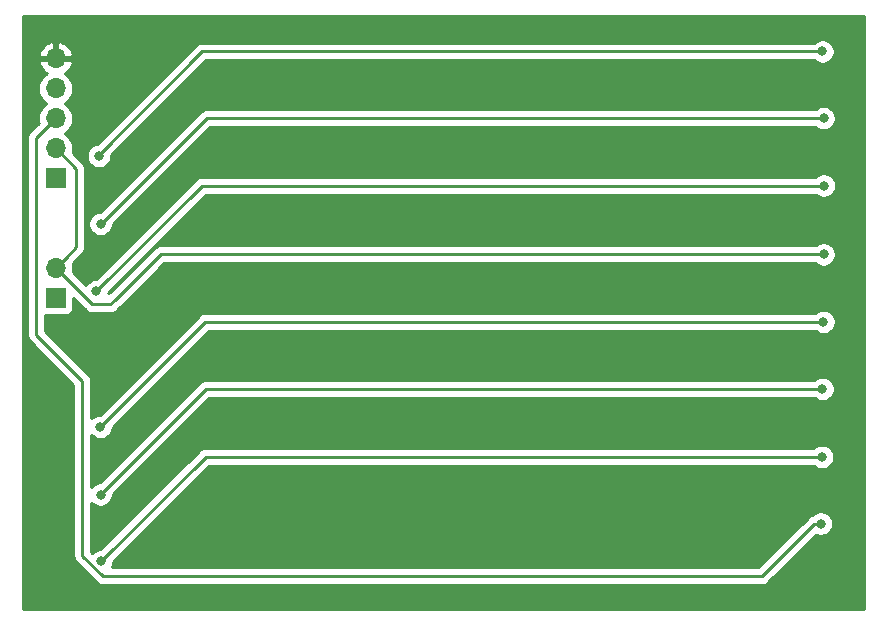
<source format=gbr>
G04 #@! TF.GenerationSoftware,KiCad,Pcbnew,(5.1.4)-1*
G04 #@! TF.CreationDate,2020-09-22T21:35:24+03:00*
G04 #@! TF.ProjectId,ws8212b_disp,77733832-3132-4625-9f64-6973702e6b69,rev?*
G04 #@! TF.SameCoordinates,Original*
G04 #@! TF.FileFunction,Copper,L2,Bot*
G04 #@! TF.FilePolarity,Positive*
%FSLAX46Y46*%
G04 Gerber Fmt 4.6, Leading zero omitted, Abs format (unit mm)*
G04 Created by KiCad (PCBNEW (5.1.4)-1) date 2020-09-22 21:35:24*
%MOMM*%
%LPD*%
G04 APERTURE LIST*
%ADD10O,1.700000X1.700000*%
%ADD11R,1.700000X1.700000*%
%ADD12C,0.800000*%
%ADD13C,0.250000*%
%ADD14C,0.254000*%
G04 APERTURE END LIST*
D10*
X28600400Y-57505600D03*
X28600400Y-60045600D03*
X28600400Y-62585600D03*
X28600400Y-65125600D03*
D11*
X28600400Y-67665600D03*
D10*
X28600400Y-75234800D03*
D11*
X28600400Y-77774800D03*
D12*
X93472000Y-91236800D03*
X32435800Y-100101400D03*
X93522600Y-85496600D03*
X32410400Y-94437200D03*
X93599000Y-79806800D03*
X32385000Y-88696800D03*
X93649800Y-68275200D03*
X32054800Y-77216000D03*
X93624400Y-62560200D03*
X32410400Y-71526400D03*
X93522800Y-56921400D03*
X32258000Y-65760600D03*
X93395600Y-96901200D03*
X93624400Y-74091800D03*
D13*
X93472000Y-91236800D02*
X41300400Y-91236800D01*
X41300400Y-91236800D02*
X32435800Y-100101400D01*
X93522600Y-85496600D02*
X41300200Y-85496600D01*
X41300200Y-85496600D02*
X32410400Y-94386400D01*
X32410400Y-94386400D02*
X32410400Y-94437200D01*
X93599000Y-79806800D02*
X93033315Y-79806800D01*
X93033315Y-79806800D02*
X41275000Y-79806800D01*
X41275000Y-79806800D02*
X32385000Y-88696800D01*
X93649800Y-68275200D02*
X40995600Y-68275200D01*
X40995600Y-68275200D02*
X32054800Y-77216000D01*
X93624400Y-62560200D02*
X41376600Y-62560200D01*
X41376600Y-62560200D02*
X32410400Y-71526400D01*
X93522800Y-56921400D02*
X41021000Y-56921400D01*
X41021000Y-56921400D02*
X32258000Y-65684400D01*
X32258000Y-65684400D02*
X32258000Y-65760600D01*
X88385115Y-101346000D02*
X92829915Y-96901200D01*
X92829915Y-96901200D02*
X93395600Y-96901200D01*
X26949400Y-64236600D02*
X26949400Y-80899000D01*
X28600400Y-62585600D02*
X26949400Y-64236600D01*
X26949400Y-80899000D02*
X30870599Y-84820199D01*
X30870599Y-84820199D02*
X30870599Y-99609201D01*
X30870599Y-99609201D02*
X32607398Y-101346000D01*
X32607398Y-101346000D02*
X88385115Y-101346000D01*
X93624400Y-74091800D02*
X37490400Y-74091800D01*
X33641199Y-77941001D02*
X33615799Y-77941001D01*
X37490400Y-74091800D02*
X33641199Y-77941001D01*
X33615799Y-77941001D02*
X33223200Y-78333600D01*
X31699200Y-78333600D02*
X28600400Y-75234800D01*
X33223200Y-78333600D02*
X31699200Y-78333600D01*
X29450399Y-74384801D02*
X28600400Y-75234800D01*
X30327600Y-73507600D02*
X29450399Y-74384801D01*
X30327600Y-66852800D02*
X30327600Y-73507600D01*
X28600400Y-65125600D02*
X30327600Y-66852800D01*
D14*
G36*
X97054201Y-104090000D02*
G01*
X25805600Y-104090000D01*
X25805600Y-64236600D01*
X26185724Y-64236600D01*
X26189400Y-64273922D01*
X26189401Y-80861667D01*
X26185724Y-80899000D01*
X26200398Y-81047985D01*
X26243854Y-81191246D01*
X26314426Y-81323276D01*
X26385601Y-81410002D01*
X26409400Y-81439001D01*
X26438398Y-81462799D01*
X30110599Y-85135001D01*
X30110600Y-99571869D01*
X30106923Y-99609201D01*
X30121597Y-99758186D01*
X30165053Y-99901447D01*
X30235625Y-100033477D01*
X30291369Y-100101400D01*
X30330599Y-100149202D01*
X30359597Y-100173000D01*
X32043599Y-101857003D01*
X32067397Y-101886001D01*
X32183122Y-101980974D01*
X32315151Y-102051546D01*
X32458412Y-102095003D01*
X32570065Y-102106000D01*
X32570073Y-102106000D01*
X32607398Y-102109676D01*
X32644723Y-102106000D01*
X88347793Y-102106000D01*
X88385115Y-102109676D01*
X88422437Y-102106000D01*
X88422448Y-102106000D01*
X88534101Y-102095003D01*
X88677362Y-102051546D01*
X88809391Y-101980974D01*
X88925116Y-101886001D01*
X88948919Y-101856997D01*
X92963446Y-97842472D01*
X93093702Y-97896426D01*
X93293661Y-97936200D01*
X93497539Y-97936200D01*
X93697498Y-97896426D01*
X93885856Y-97818405D01*
X94055374Y-97705137D01*
X94199537Y-97560974D01*
X94312805Y-97391456D01*
X94390826Y-97203098D01*
X94430600Y-97003139D01*
X94430600Y-96799261D01*
X94390826Y-96599302D01*
X94312805Y-96410944D01*
X94199537Y-96241426D01*
X94055374Y-96097263D01*
X93885856Y-95983995D01*
X93697498Y-95905974D01*
X93497539Y-95866200D01*
X93293661Y-95866200D01*
X93093702Y-95905974D01*
X92905344Y-95983995D01*
X92735826Y-96097263D01*
X92680876Y-96152213D01*
X92537668Y-96195654D01*
X92405639Y-96266226D01*
X92405637Y-96266227D01*
X92405638Y-96266227D01*
X92318911Y-96337401D01*
X92318907Y-96337405D01*
X92289914Y-96361199D01*
X92266120Y-96390192D01*
X88070314Y-100586000D01*
X33355348Y-100586000D01*
X33431026Y-100403298D01*
X33470800Y-100203339D01*
X33470800Y-100141201D01*
X41615202Y-91996800D01*
X92768289Y-91996800D01*
X92812226Y-92040737D01*
X92981744Y-92154005D01*
X93170102Y-92232026D01*
X93370061Y-92271800D01*
X93573939Y-92271800D01*
X93773898Y-92232026D01*
X93962256Y-92154005D01*
X94131774Y-92040737D01*
X94275937Y-91896574D01*
X94389205Y-91727056D01*
X94467226Y-91538698D01*
X94507000Y-91338739D01*
X94507000Y-91134861D01*
X94467226Y-90934902D01*
X94389205Y-90746544D01*
X94275937Y-90577026D01*
X94131774Y-90432863D01*
X93962256Y-90319595D01*
X93773898Y-90241574D01*
X93573939Y-90201800D01*
X93370061Y-90201800D01*
X93170102Y-90241574D01*
X92981744Y-90319595D01*
X92812226Y-90432863D01*
X92768289Y-90476800D01*
X41337733Y-90476800D01*
X41300400Y-90473123D01*
X41263067Y-90476800D01*
X41151414Y-90487797D01*
X41008153Y-90531254D01*
X40876124Y-90601826D01*
X40760399Y-90696799D01*
X40736601Y-90725797D01*
X32395999Y-99066400D01*
X32333861Y-99066400D01*
X32133902Y-99106174D01*
X31945544Y-99184195D01*
X31776026Y-99297463D01*
X31704844Y-99368645D01*
X31630599Y-99294400D01*
X31630599Y-95121110D01*
X31750626Y-95241137D01*
X31920144Y-95354405D01*
X32108502Y-95432426D01*
X32308461Y-95472200D01*
X32512339Y-95472200D01*
X32712298Y-95432426D01*
X32900656Y-95354405D01*
X33070174Y-95241137D01*
X33214337Y-95096974D01*
X33327605Y-94927456D01*
X33405626Y-94739098D01*
X33445400Y-94539139D01*
X33445400Y-94426201D01*
X41615002Y-86256600D01*
X92818889Y-86256600D01*
X92862826Y-86300537D01*
X93032344Y-86413805D01*
X93220702Y-86491826D01*
X93420661Y-86531600D01*
X93624539Y-86531600D01*
X93824498Y-86491826D01*
X94012856Y-86413805D01*
X94182374Y-86300537D01*
X94326537Y-86156374D01*
X94439805Y-85986856D01*
X94517826Y-85798498D01*
X94557600Y-85598539D01*
X94557600Y-85394661D01*
X94517826Y-85194702D01*
X94439805Y-85006344D01*
X94326537Y-84836826D01*
X94182374Y-84692663D01*
X94012856Y-84579395D01*
X93824498Y-84501374D01*
X93624539Y-84461600D01*
X93420661Y-84461600D01*
X93220702Y-84501374D01*
X93032344Y-84579395D01*
X92862826Y-84692663D01*
X92818889Y-84736600D01*
X41337525Y-84736600D01*
X41300200Y-84732924D01*
X41262875Y-84736600D01*
X41262867Y-84736600D01*
X41151214Y-84747597D01*
X41007953Y-84791054D01*
X40875924Y-84861626D01*
X40760199Y-84956599D01*
X40736401Y-84985597D01*
X32319799Y-93402200D01*
X32308461Y-93402200D01*
X32108502Y-93441974D01*
X31920144Y-93519995D01*
X31750626Y-93633263D01*
X31630599Y-93753290D01*
X31630599Y-89406110D01*
X31725226Y-89500737D01*
X31894744Y-89614005D01*
X32083102Y-89692026D01*
X32283061Y-89731800D01*
X32486939Y-89731800D01*
X32686898Y-89692026D01*
X32875256Y-89614005D01*
X33044774Y-89500737D01*
X33188937Y-89356574D01*
X33302205Y-89187056D01*
X33380226Y-88998698D01*
X33420000Y-88798739D01*
X33420000Y-88736601D01*
X41589802Y-80566800D01*
X92895289Y-80566800D01*
X92939226Y-80610737D01*
X93108744Y-80724005D01*
X93297102Y-80802026D01*
X93497061Y-80841800D01*
X93700939Y-80841800D01*
X93900898Y-80802026D01*
X94089256Y-80724005D01*
X94258774Y-80610737D01*
X94402937Y-80466574D01*
X94516205Y-80297056D01*
X94594226Y-80108698D01*
X94634000Y-79908739D01*
X94634000Y-79704861D01*
X94594226Y-79504902D01*
X94516205Y-79316544D01*
X94402937Y-79147026D01*
X94258774Y-79002863D01*
X94089256Y-78889595D01*
X93900898Y-78811574D01*
X93700939Y-78771800D01*
X93497061Y-78771800D01*
X93297102Y-78811574D01*
X93108744Y-78889595D01*
X92939226Y-79002863D01*
X92895289Y-79046800D01*
X41312333Y-79046800D01*
X41275000Y-79043123D01*
X41237667Y-79046800D01*
X41126014Y-79057797D01*
X40982753Y-79101254D01*
X40850724Y-79171826D01*
X40734999Y-79266799D01*
X40711201Y-79295797D01*
X32345199Y-87661800D01*
X32283061Y-87661800D01*
X32083102Y-87701574D01*
X31894744Y-87779595D01*
X31725226Y-87892863D01*
X31630599Y-87987490D01*
X31630599Y-84857522D01*
X31634275Y-84820199D01*
X31630599Y-84782876D01*
X31630599Y-84782866D01*
X31619602Y-84671213D01*
X31576145Y-84527952D01*
X31505573Y-84395923D01*
X31410600Y-84280198D01*
X31381603Y-84256401D01*
X27709400Y-80584199D01*
X27709400Y-79258834D01*
X27750400Y-79262872D01*
X29450400Y-79262872D01*
X29574882Y-79250612D01*
X29694580Y-79214302D01*
X29804894Y-79155337D01*
X29901585Y-79075985D01*
X29980937Y-78979294D01*
X30039902Y-78868980D01*
X30076212Y-78749282D01*
X30088472Y-78624800D01*
X30088472Y-77797674D01*
X31135401Y-78844603D01*
X31159199Y-78873601D01*
X31188197Y-78897399D01*
X31274923Y-78968574D01*
X31294979Y-78979294D01*
X31406953Y-79039146D01*
X31550214Y-79082603D01*
X31661867Y-79093600D01*
X31661877Y-79093600D01*
X31699200Y-79097276D01*
X31736522Y-79093600D01*
X33185878Y-79093600D01*
X33223200Y-79097276D01*
X33260522Y-79093600D01*
X33260533Y-79093600D01*
X33372186Y-79082603D01*
X33515447Y-79039146D01*
X33647476Y-78968574D01*
X33763201Y-78873601D01*
X33787004Y-78844597D01*
X34044316Y-78587285D01*
X34065475Y-78575975D01*
X34181200Y-78481002D01*
X34205003Y-78451998D01*
X37805202Y-74851800D01*
X92920689Y-74851800D01*
X92964626Y-74895737D01*
X93134144Y-75009005D01*
X93322502Y-75087026D01*
X93522461Y-75126800D01*
X93726339Y-75126800D01*
X93926298Y-75087026D01*
X94114656Y-75009005D01*
X94284174Y-74895737D01*
X94428337Y-74751574D01*
X94541605Y-74582056D01*
X94619626Y-74393698D01*
X94659400Y-74193739D01*
X94659400Y-73989861D01*
X94619626Y-73789902D01*
X94541605Y-73601544D01*
X94428337Y-73432026D01*
X94284174Y-73287863D01*
X94114656Y-73174595D01*
X93926298Y-73096574D01*
X93726339Y-73056800D01*
X93522461Y-73056800D01*
X93322502Y-73096574D01*
X93134144Y-73174595D01*
X92964626Y-73287863D01*
X92920689Y-73331800D01*
X37527722Y-73331800D01*
X37490399Y-73328124D01*
X37453076Y-73331800D01*
X37453067Y-73331800D01*
X37341414Y-73342797D01*
X37198153Y-73386254D01*
X37066124Y-73456826D01*
X36950399Y-73551799D01*
X36926601Y-73580797D01*
X33212682Y-77294717D01*
X33191523Y-77306027D01*
X33075798Y-77401000D01*
X33072472Y-77405053D01*
X33089800Y-77317939D01*
X33089800Y-77255801D01*
X41310402Y-69035200D01*
X92946089Y-69035200D01*
X92990026Y-69079137D01*
X93159544Y-69192405D01*
X93347902Y-69270426D01*
X93547861Y-69310200D01*
X93751739Y-69310200D01*
X93951698Y-69270426D01*
X94140056Y-69192405D01*
X94309574Y-69079137D01*
X94453737Y-68934974D01*
X94567005Y-68765456D01*
X94645026Y-68577098D01*
X94684800Y-68377139D01*
X94684800Y-68173261D01*
X94645026Y-67973302D01*
X94567005Y-67784944D01*
X94453737Y-67615426D01*
X94309574Y-67471263D01*
X94140056Y-67357995D01*
X93951698Y-67279974D01*
X93751739Y-67240200D01*
X93547861Y-67240200D01*
X93347902Y-67279974D01*
X93159544Y-67357995D01*
X92990026Y-67471263D01*
X92946089Y-67515200D01*
X41032933Y-67515200D01*
X40995600Y-67511523D01*
X40958267Y-67515200D01*
X40846614Y-67526197D01*
X40703353Y-67569654D01*
X40571324Y-67640226D01*
X40455599Y-67735199D01*
X40431801Y-67764197D01*
X32014999Y-76181000D01*
X31952861Y-76181000D01*
X31752902Y-76220774D01*
X31564544Y-76298795D01*
X31395026Y-76412063D01*
X31250863Y-76556226D01*
X31149031Y-76708629D01*
X30041197Y-75600796D01*
X30063913Y-75525911D01*
X30092585Y-75234800D01*
X30063913Y-74943689D01*
X30041197Y-74868804D01*
X30838603Y-74071399D01*
X30867601Y-74047601D01*
X30962574Y-73931876D01*
X31033146Y-73799847D01*
X31076603Y-73656586D01*
X31087600Y-73544933D01*
X31091277Y-73507600D01*
X31087600Y-73470267D01*
X31087600Y-71424461D01*
X31375400Y-71424461D01*
X31375400Y-71628339D01*
X31415174Y-71828298D01*
X31493195Y-72016656D01*
X31606463Y-72186174D01*
X31750626Y-72330337D01*
X31920144Y-72443605D01*
X32108502Y-72521626D01*
X32308461Y-72561400D01*
X32512339Y-72561400D01*
X32712298Y-72521626D01*
X32900656Y-72443605D01*
X33070174Y-72330337D01*
X33214337Y-72186174D01*
X33327605Y-72016656D01*
X33405626Y-71828298D01*
X33445400Y-71628339D01*
X33445400Y-71566201D01*
X41691402Y-63320200D01*
X92920689Y-63320200D01*
X92964626Y-63364137D01*
X93134144Y-63477405D01*
X93322502Y-63555426D01*
X93522461Y-63595200D01*
X93726339Y-63595200D01*
X93926298Y-63555426D01*
X94114656Y-63477405D01*
X94284174Y-63364137D01*
X94428337Y-63219974D01*
X94541605Y-63050456D01*
X94619626Y-62862098D01*
X94659400Y-62662139D01*
X94659400Y-62458261D01*
X94619626Y-62258302D01*
X94541605Y-62069944D01*
X94428337Y-61900426D01*
X94284174Y-61756263D01*
X94114656Y-61642995D01*
X93926298Y-61564974D01*
X93726339Y-61525200D01*
X93522461Y-61525200D01*
X93322502Y-61564974D01*
X93134144Y-61642995D01*
X92964626Y-61756263D01*
X92920689Y-61800200D01*
X41413925Y-61800200D01*
X41376600Y-61796524D01*
X41339275Y-61800200D01*
X41339267Y-61800200D01*
X41227614Y-61811197D01*
X41084353Y-61854654D01*
X40952324Y-61925226D01*
X40836599Y-62020199D01*
X40812801Y-62049197D01*
X32370599Y-70491400D01*
X32308461Y-70491400D01*
X32108502Y-70531174D01*
X31920144Y-70609195D01*
X31750626Y-70722463D01*
X31606463Y-70866626D01*
X31493195Y-71036144D01*
X31415174Y-71224502D01*
X31375400Y-71424461D01*
X31087600Y-71424461D01*
X31087600Y-66890125D01*
X31091276Y-66852800D01*
X31087600Y-66815475D01*
X31087600Y-66815467D01*
X31076603Y-66703814D01*
X31033146Y-66560553D01*
X30962574Y-66428524D01*
X30867601Y-66312799D01*
X30838604Y-66289002D01*
X30208263Y-65658661D01*
X31223000Y-65658661D01*
X31223000Y-65862539D01*
X31262774Y-66062498D01*
X31340795Y-66250856D01*
X31454063Y-66420374D01*
X31598226Y-66564537D01*
X31767744Y-66677805D01*
X31956102Y-66755826D01*
X32156061Y-66795600D01*
X32359939Y-66795600D01*
X32559898Y-66755826D01*
X32748256Y-66677805D01*
X32917774Y-66564537D01*
X33061937Y-66420374D01*
X33175205Y-66250856D01*
X33253226Y-66062498D01*
X33293000Y-65862539D01*
X33293000Y-65724201D01*
X41335803Y-57681400D01*
X92819089Y-57681400D01*
X92863026Y-57725337D01*
X93032544Y-57838605D01*
X93220902Y-57916626D01*
X93420861Y-57956400D01*
X93624739Y-57956400D01*
X93824698Y-57916626D01*
X94013056Y-57838605D01*
X94182574Y-57725337D01*
X94326737Y-57581174D01*
X94440005Y-57411656D01*
X94518026Y-57223298D01*
X94557800Y-57023339D01*
X94557800Y-56819461D01*
X94518026Y-56619502D01*
X94440005Y-56431144D01*
X94326737Y-56261626D01*
X94182574Y-56117463D01*
X94013056Y-56004195D01*
X93824698Y-55926174D01*
X93624739Y-55886400D01*
X93420861Y-55886400D01*
X93220902Y-55926174D01*
X93032544Y-56004195D01*
X92863026Y-56117463D01*
X92819089Y-56161400D01*
X41058322Y-56161400D01*
X41020999Y-56157724D01*
X40983676Y-56161400D01*
X40983667Y-56161400D01*
X40872014Y-56172397D01*
X40728753Y-56215854D01*
X40596724Y-56286426D01*
X40596722Y-56286427D01*
X40596723Y-56286427D01*
X40509996Y-56357601D01*
X40509992Y-56357605D01*
X40480999Y-56381399D01*
X40457205Y-56410392D01*
X32138507Y-64729092D01*
X31956102Y-64765374D01*
X31767744Y-64843395D01*
X31598226Y-64956663D01*
X31454063Y-65100826D01*
X31340795Y-65270344D01*
X31262774Y-65458702D01*
X31223000Y-65658661D01*
X30208263Y-65658661D01*
X30041197Y-65491595D01*
X30063913Y-65416711D01*
X30092585Y-65125600D01*
X30063913Y-64834489D01*
X29978999Y-64554566D01*
X29841106Y-64296586D01*
X29655534Y-64070466D01*
X29429414Y-63884894D01*
X29374609Y-63855600D01*
X29429414Y-63826306D01*
X29655534Y-63640734D01*
X29841106Y-63414614D01*
X29978999Y-63156634D01*
X30063913Y-62876711D01*
X30092585Y-62585600D01*
X30063913Y-62294489D01*
X29978999Y-62014566D01*
X29841106Y-61756586D01*
X29655534Y-61530466D01*
X29429414Y-61344894D01*
X29374609Y-61315600D01*
X29429414Y-61286306D01*
X29655534Y-61100734D01*
X29841106Y-60874614D01*
X29978999Y-60616634D01*
X30063913Y-60336711D01*
X30092585Y-60045600D01*
X30063913Y-59754489D01*
X29978999Y-59474566D01*
X29841106Y-59216586D01*
X29655534Y-58990466D01*
X29429414Y-58804894D01*
X29364877Y-58770399D01*
X29481755Y-58700778D01*
X29697988Y-58505869D01*
X29872041Y-58272520D01*
X29997225Y-58009699D01*
X30041876Y-57862490D01*
X29920555Y-57632600D01*
X28727400Y-57632600D01*
X28727400Y-57652600D01*
X28473400Y-57652600D01*
X28473400Y-57632600D01*
X27280245Y-57632600D01*
X27158924Y-57862490D01*
X27203575Y-58009699D01*
X27328759Y-58272520D01*
X27502812Y-58505869D01*
X27719045Y-58700778D01*
X27835923Y-58770399D01*
X27771386Y-58804894D01*
X27545266Y-58990466D01*
X27359694Y-59216586D01*
X27221801Y-59474566D01*
X27136887Y-59754489D01*
X27108215Y-60045600D01*
X27136887Y-60336711D01*
X27221801Y-60616634D01*
X27359694Y-60874614D01*
X27545266Y-61100734D01*
X27771386Y-61286306D01*
X27826191Y-61315600D01*
X27771386Y-61344894D01*
X27545266Y-61530466D01*
X27359694Y-61756586D01*
X27221801Y-62014566D01*
X27136887Y-62294489D01*
X27108215Y-62585600D01*
X27136887Y-62876711D01*
X27159603Y-62951596D01*
X26438403Y-63672796D01*
X26409399Y-63696599D01*
X26368036Y-63747001D01*
X26314426Y-63812324D01*
X26275636Y-63884894D01*
X26243854Y-63944354D01*
X26200397Y-64087615D01*
X26189400Y-64199268D01*
X26189400Y-64199278D01*
X26185724Y-64236600D01*
X25805600Y-64236600D01*
X25805600Y-57148710D01*
X27158924Y-57148710D01*
X27280245Y-57378600D01*
X28473400Y-57378600D01*
X28473400Y-56184786D01*
X28727400Y-56184786D01*
X28727400Y-57378600D01*
X29920555Y-57378600D01*
X30041876Y-57148710D01*
X29997225Y-57001501D01*
X29872041Y-56738680D01*
X29697988Y-56505331D01*
X29481755Y-56310422D01*
X29231652Y-56161443D01*
X28957291Y-56064119D01*
X28727400Y-56184786D01*
X28473400Y-56184786D01*
X28243509Y-56064119D01*
X27969148Y-56161443D01*
X27719045Y-56310422D01*
X27502812Y-56505331D01*
X27328759Y-56738680D01*
X27203575Y-57001501D01*
X27158924Y-57148710D01*
X25805600Y-57148710D01*
X25805600Y-53898000D01*
X97054200Y-53898000D01*
X97054201Y-104090000D01*
X97054201Y-104090000D01*
G37*
X97054201Y-104090000D02*
X25805600Y-104090000D01*
X25805600Y-64236600D01*
X26185724Y-64236600D01*
X26189400Y-64273922D01*
X26189401Y-80861667D01*
X26185724Y-80899000D01*
X26200398Y-81047985D01*
X26243854Y-81191246D01*
X26314426Y-81323276D01*
X26385601Y-81410002D01*
X26409400Y-81439001D01*
X26438398Y-81462799D01*
X30110599Y-85135001D01*
X30110600Y-99571869D01*
X30106923Y-99609201D01*
X30121597Y-99758186D01*
X30165053Y-99901447D01*
X30235625Y-100033477D01*
X30291369Y-100101400D01*
X30330599Y-100149202D01*
X30359597Y-100173000D01*
X32043599Y-101857003D01*
X32067397Y-101886001D01*
X32183122Y-101980974D01*
X32315151Y-102051546D01*
X32458412Y-102095003D01*
X32570065Y-102106000D01*
X32570073Y-102106000D01*
X32607398Y-102109676D01*
X32644723Y-102106000D01*
X88347793Y-102106000D01*
X88385115Y-102109676D01*
X88422437Y-102106000D01*
X88422448Y-102106000D01*
X88534101Y-102095003D01*
X88677362Y-102051546D01*
X88809391Y-101980974D01*
X88925116Y-101886001D01*
X88948919Y-101856997D01*
X92963446Y-97842472D01*
X93093702Y-97896426D01*
X93293661Y-97936200D01*
X93497539Y-97936200D01*
X93697498Y-97896426D01*
X93885856Y-97818405D01*
X94055374Y-97705137D01*
X94199537Y-97560974D01*
X94312805Y-97391456D01*
X94390826Y-97203098D01*
X94430600Y-97003139D01*
X94430600Y-96799261D01*
X94390826Y-96599302D01*
X94312805Y-96410944D01*
X94199537Y-96241426D01*
X94055374Y-96097263D01*
X93885856Y-95983995D01*
X93697498Y-95905974D01*
X93497539Y-95866200D01*
X93293661Y-95866200D01*
X93093702Y-95905974D01*
X92905344Y-95983995D01*
X92735826Y-96097263D01*
X92680876Y-96152213D01*
X92537668Y-96195654D01*
X92405639Y-96266226D01*
X92405637Y-96266227D01*
X92405638Y-96266227D01*
X92318911Y-96337401D01*
X92318907Y-96337405D01*
X92289914Y-96361199D01*
X92266120Y-96390192D01*
X88070314Y-100586000D01*
X33355348Y-100586000D01*
X33431026Y-100403298D01*
X33470800Y-100203339D01*
X33470800Y-100141201D01*
X41615202Y-91996800D01*
X92768289Y-91996800D01*
X92812226Y-92040737D01*
X92981744Y-92154005D01*
X93170102Y-92232026D01*
X93370061Y-92271800D01*
X93573939Y-92271800D01*
X93773898Y-92232026D01*
X93962256Y-92154005D01*
X94131774Y-92040737D01*
X94275937Y-91896574D01*
X94389205Y-91727056D01*
X94467226Y-91538698D01*
X94507000Y-91338739D01*
X94507000Y-91134861D01*
X94467226Y-90934902D01*
X94389205Y-90746544D01*
X94275937Y-90577026D01*
X94131774Y-90432863D01*
X93962256Y-90319595D01*
X93773898Y-90241574D01*
X93573939Y-90201800D01*
X93370061Y-90201800D01*
X93170102Y-90241574D01*
X92981744Y-90319595D01*
X92812226Y-90432863D01*
X92768289Y-90476800D01*
X41337733Y-90476800D01*
X41300400Y-90473123D01*
X41263067Y-90476800D01*
X41151414Y-90487797D01*
X41008153Y-90531254D01*
X40876124Y-90601826D01*
X40760399Y-90696799D01*
X40736601Y-90725797D01*
X32395999Y-99066400D01*
X32333861Y-99066400D01*
X32133902Y-99106174D01*
X31945544Y-99184195D01*
X31776026Y-99297463D01*
X31704844Y-99368645D01*
X31630599Y-99294400D01*
X31630599Y-95121110D01*
X31750626Y-95241137D01*
X31920144Y-95354405D01*
X32108502Y-95432426D01*
X32308461Y-95472200D01*
X32512339Y-95472200D01*
X32712298Y-95432426D01*
X32900656Y-95354405D01*
X33070174Y-95241137D01*
X33214337Y-95096974D01*
X33327605Y-94927456D01*
X33405626Y-94739098D01*
X33445400Y-94539139D01*
X33445400Y-94426201D01*
X41615002Y-86256600D01*
X92818889Y-86256600D01*
X92862826Y-86300537D01*
X93032344Y-86413805D01*
X93220702Y-86491826D01*
X93420661Y-86531600D01*
X93624539Y-86531600D01*
X93824498Y-86491826D01*
X94012856Y-86413805D01*
X94182374Y-86300537D01*
X94326537Y-86156374D01*
X94439805Y-85986856D01*
X94517826Y-85798498D01*
X94557600Y-85598539D01*
X94557600Y-85394661D01*
X94517826Y-85194702D01*
X94439805Y-85006344D01*
X94326537Y-84836826D01*
X94182374Y-84692663D01*
X94012856Y-84579395D01*
X93824498Y-84501374D01*
X93624539Y-84461600D01*
X93420661Y-84461600D01*
X93220702Y-84501374D01*
X93032344Y-84579395D01*
X92862826Y-84692663D01*
X92818889Y-84736600D01*
X41337525Y-84736600D01*
X41300200Y-84732924D01*
X41262875Y-84736600D01*
X41262867Y-84736600D01*
X41151214Y-84747597D01*
X41007953Y-84791054D01*
X40875924Y-84861626D01*
X40760199Y-84956599D01*
X40736401Y-84985597D01*
X32319799Y-93402200D01*
X32308461Y-93402200D01*
X32108502Y-93441974D01*
X31920144Y-93519995D01*
X31750626Y-93633263D01*
X31630599Y-93753290D01*
X31630599Y-89406110D01*
X31725226Y-89500737D01*
X31894744Y-89614005D01*
X32083102Y-89692026D01*
X32283061Y-89731800D01*
X32486939Y-89731800D01*
X32686898Y-89692026D01*
X32875256Y-89614005D01*
X33044774Y-89500737D01*
X33188937Y-89356574D01*
X33302205Y-89187056D01*
X33380226Y-88998698D01*
X33420000Y-88798739D01*
X33420000Y-88736601D01*
X41589802Y-80566800D01*
X92895289Y-80566800D01*
X92939226Y-80610737D01*
X93108744Y-80724005D01*
X93297102Y-80802026D01*
X93497061Y-80841800D01*
X93700939Y-80841800D01*
X93900898Y-80802026D01*
X94089256Y-80724005D01*
X94258774Y-80610737D01*
X94402937Y-80466574D01*
X94516205Y-80297056D01*
X94594226Y-80108698D01*
X94634000Y-79908739D01*
X94634000Y-79704861D01*
X94594226Y-79504902D01*
X94516205Y-79316544D01*
X94402937Y-79147026D01*
X94258774Y-79002863D01*
X94089256Y-78889595D01*
X93900898Y-78811574D01*
X93700939Y-78771800D01*
X93497061Y-78771800D01*
X93297102Y-78811574D01*
X93108744Y-78889595D01*
X92939226Y-79002863D01*
X92895289Y-79046800D01*
X41312333Y-79046800D01*
X41275000Y-79043123D01*
X41237667Y-79046800D01*
X41126014Y-79057797D01*
X40982753Y-79101254D01*
X40850724Y-79171826D01*
X40734999Y-79266799D01*
X40711201Y-79295797D01*
X32345199Y-87661800D01*
X32283061Y-87661800D01*
X32083102Y-87701574D01*
X31894744Y-87779595D01*
X31725226Y-87892863D01*
X31630599Y-87987490D01*
X31630599Y-84857522D01*
X31634275Y-84820199D01*
X31630599Y-84782876D01*
X31630599Y-84782866D01*
X31619602Y-84671213D01*
X31576145Y-84527952D01*
X31505573Y-84395923D01*
X31410600Y-84280198D01*
X31381603Y-84256401D01*
X27709400Y-80584199D01*
X27709400Y-79258834D01*
X27750400Y-79262872D01*
X29450400Y-79262872D01*
X29574882Y-79250612D01*
X29694580Y-79214302D01*
X29804894Y-79155337D01*
X29901585Y-79075985D01*
X29980937Y-78979294D01*
X30039902Y-78868980D01*
X30076212Y-78749282D01*
X30088472Y-78624800D01*
X30088472Y-77797674D01*
X31135401Y-78844603D01*
X31159199Y-78873601D01*
X31188197Y-78897399D01*
X31274923Y-78968574D01*
X31294979Y-78979294D01*
X31406953Y-79039146D01*
X31550214Y-79082603D01*
X31661867Y-79093600D01*
X31661877Y-79093600D01*
X31699200Y-79097276D01*
X31736522Y-79093600D01*
X33185878Y-79093600D01*
X33223200Y-79097276D01*
X33260522Y-79093600D01*
X33260533Y-79093600D01*
X33372186Y-79082603D01*
X33515447Y-79039146D01*
X33647476Y-78968574D01*
X33763201Y-78873601D01*
X33787004Y-78844597D01*
X34044316Y-78587285D01*
X34065475Y-78575975D01*
X34181200Y-78481002D01*
X34205003Y-78451998D01*
X37805202Y-74851800D01*
X92920689Y-74851800D01*
X92964626Y-74895737D01*
X93134144Y-75009005D01*
X93322502Y-75087026D01*
X93522461Y-75126800D01*
X93726339Y-75126800D01*
X93926298Y-75087026D01*
X94114656Y-75009005D01*
X94284174Y-74895737D01*
X94428337Y-74751574D01*
X94541605Y-74582056D01*
X94619626Y-74393698D01*
X94659400Y-74193739D01*
X94659400Y-73989861D01*
X94619626Y-73789902D01*
X94541605Y-73601544D01*
X94428337Y-73432026D01*
X94284174Y-73287863D01*
X94114656Y-73174595D01*
X93926298Y-73096574D01*
X93726339Y-73056800D01*
X93522461Y-73056800D01*
X93322502Y-73096574D01*
X93134144Y-73174595D01*
X92964626Y-73287863D01*
X92920689Y-73331800D01*
X37527722Y-73331800D01*
X37490399Y-73328124D01*
X37453076Y-73331800D01*
X37453067Y-73331800D01*
X37341414Y-73342797D01*
X37198153Y-73386254D01*
X37066124Y-73456826D01*
X36950399Y-73551799D01*
X36926601Y-73580797D01*
X33212682Y-77294717D01*
X33191523Y-77306027D01*
X33075798Y-77401000D01*
X33072472Y-77405053D01*
X33089800Y-77317939D01*
X33089800Y-77255801D01*
X41310402Y-69035200D01*
X92946089Y-69035200D01*
X92990026Y-69079137D01*
X93159544Y-69192405D01*
X93347902Y-69270426D01*
X93547861Y-69310200D01*
X93751739Y-69310200D01*
X93951698Y-69270426D01*
X94140056Y-69192405D01*
X94309574Y-69079137D01*
X94453737Y-68934974D01*
X94567005Y-68765456D01*
X94645026Y-68577098D01*
X94684800Y-68377139D01*
X94684800Y-68173261D01*
X94645026Y-67973302D01*
X94567005Y-67784944D01*
X94453737Y-67615426D01*
X94309574Y-67471263D01*
X94140056Y-67357995D01*
X93951698Y-67279974D01*
X93751739Y-67240200D01*
X93547861Y-67240200D01*
X93347902Y-67279974D01*
X93159544Y-67357995D01*
X92990026Y-67471263D01*
X92946089Y-67515200D01*
X41032933Y-67515200D01*
X40995600Y-67511523D01*
X40958267Y-67515200D01*
X40846614Y-67526197D01*
X40703353Y-67569654D01*
X40571324Y-67640226D01*
X40455599Y-67735199D01*
X40431801Y-67764197D01*
X32014999Y-76181000D01*
X31952861Y-76181000D01*
X31752902Y-76220774D01*
X31564544Y-76298795D01*
X31395026Y-76412063D01*
X31250863Y-76556226D01*
X31149031Y-76708629D01*
X30041197Y-75600796D01*
X30063913Y-75525911D01*
X30092585Y-75234800D01*
X30063913Y-74943689D01*
X30041197Y-74868804D01*
X30838603Y-74071399D01*
X30867601Y-74047601D01*
X30962574Y-73931876D01*
X31033146Y-73799847D01*
X31076603Y-73656586D01*
X31087600Y-73544933D01*
X31091277Y-73507600D01*
X31087600Y-73470267D01*
X31087600Y-71424461D01*
X31375400Y-71424461D01*
X31375400Y-71628339D01*
X31415174Y-71828298D01*
X31493195Y-72016656D01*
X31606463Y-72186174D01*
X31750626Y-72330337D01*
X31920144Y-72443605D01*
X32108502Y-72521626D01*
X32308461Y-72561400D01*
X32512339Y-72561400D01*
X32712298Y-72521626D01*
X32900656Y-72443605D01*
X33070174Y-72330337D01*
X33214337Y-72186174D01*
X33327605Y-72016656D01*
X33405626Y-71828298D01*
X33445400Y-71628339D01*
X33445400Y-71566201D01*
X41691402Y-63320200D01*
X92920689Y-63320200D01*
X92964626Y-63364137D01*
X93134144Y-63477405D01*
X93322502Y-63555426D01*
X93522461Y-63595200D01*
X93726339Y-63595200D01*
X93926298Y-63555426D01*
X94114656Y-63477405D01*
X94284174Y-63364137D01*
X94428337Y-63219974D01*
X94541605Y-63050456D01*
X94619626Y-62862098D01*
X94659400Y-62662139D01*
X94659400Y-62458261D01*
X94619626Y-62258302D01*
X94541605Y-62069944D01*
X94428337Y-61900426D01*
X94284174Y-61756263D01*
X94114656Y-61642995D01*
X93926298Y-61564974D01*
X93726339Y-61525200D01*
X93522461Y-61525200D01*
X93322502Y-61564974D01*
X93134144Y-61642995D01*
X92964626Y-61756263D01*
X92920689Y-61800200D01*
X41413925Y-61800200D01*
X41376600Y-61796524D01*
X41339275Y-61800200D01*
X41339267Y-61800200D01*
X41227614Y-61811197D01*
X41084353Y-61854654D01*
X40952324Y-61925226D01*
X40836599Y-62020199D01*
X40812801Y-62049197D01*
X32370599Y-70491400D01*
X32308461Y-70491400D01*
X32108502Y-70531174D01*
X31920144Y-70609195D01*
X31750626Y-70722463D01*
X31606463Y-70866626D01*
X31493195Y-71036144D01*
X31415174Y-71224502D01*
X31375400Y-71424461D01*
X31087600Y-71424461D01*
X31087600Y-66890125D01*
X31091276Y-66852800D01*
X31087600Y-66815475D01*
X31087600Y-66815467D01*
X31076603Y-66703814D01*
X31033146Y-66560553D01*
X30962574Y-66428524D01*
X30867601Y-66312799D01*
X30838604Y-66289002D01*
X30208263Y-65658661D01*
X31223000Y-65658661D01*
X31223000Y-65862539D01*
X31262774Y-66062498D01*
X31340795Y-66250856D01*
X31454063Y-66420374D01*
X31598226Y-66564537D01*
X31767744Y-66677805D01*
X31956102Y-66755826D01*
X32156061Y-66795600D01*
X32359939Y-66795600D01*
X32559898Y-66755826D01*
X32748256Y-66677805D01*
X32917774Y-66564537D01*
X33061937Y-66420374D01*
X33175205Y-66250856D01*
X33253226Y-66062498D01*
X33293000Y-65862539D01*
X33293000Y-65724201D01*
X41335803Y-57681400D01*
X92819089Y-57681400D01*
X92863026Y-57725337D01*
X93032544Y-57838605D01*
X93220902Y-57916626D01*
X93420861Y-57956400D01*
X93624739Y-57956400D01*
X93824698Y-57916626D01*
X94013056Y-57838605D01*
X94182574Y-57725337D01*
X94326737Y-57581174D01*
X94440005Y-57411656D01*
X94518026Y-57223298D01*
X94557800Y-57023339D01*
X94557800Y-56819461D01*
X94518026Y-56619502D01*
X94440005Y-56431144D01*
X94326737Y-56261626D01*
X94182574Y-56117463D01*
X94013056Y-56004195D01*
X93824698Y-55926174D01*
X93624739Y-55886400D01*
X93420861Y-55886400D01*
X93220902Y-55926174D01*
X93032544Y-56004195D01*
X92863026Y-56117463D01*
X92819089Y-56161400D01*
X41058322Y-56161400D01*
X41020999Y-56157724D01*
X40983676Y-56161400D01*
X40983667Y-56161400D01*
X40872014Y-56172397D01*
X40728753Y-56215854D01*
X40596724Y-56286426D01*
X40596722Y-56286427D01*
X40596723Y-56286427D01*
X40509996Y-56357601D01*
X40509992Y-56357605D01*
X40480999Y-56381399D01*
X40457205Y-56410392D01*
X32138507Y-64729092D01*
X31956102Y-64765374D01*
X31767744Y-64843395D01*
X31598226Y-64956663D01*
X31454063Y-65100826D01*
X31340795Y-65270344D01*
X31262774Y-65458702D01*
X31223000Y-65658661D01*
X30208263Y-65658661D01*
X30041197Y-65491595D01*
X30063913Y-65416711D01*
X30092585Y-65125600D01*
X30063913Y-64834489D01*
X29978999Y-64554566D01*
X29841106Y-64296586D01*
X29655534Y-64070466D01*
X29429414Y-63884894D01*
X29374609Y-63855600D01*
X29429414Y-63826306D01*
X29655534Y-63640734D01*
X29841106Y-63414614D01*
X29978999Y-63156634D01*
X30063913Y-62876711D01*
X30092585Y-62585600D01*
X30063913Y-62294489D01*
X29978999Y-62014566D01*
X29841106Y-61756586D01*
X29655534Y-61530466D01*
X29429414Y-61344894D01*
X29374609Y-61315600D01*
X29429414Y-61286306D01*
X29655534Y-61100734D01*
X29841106Y-60874614D01*
X29978999Y-60616634D01*
X30063913Y-60336711D01*
X30092585Y-60045600D01*
X30063913Y-59754489D01*
X29978999Y-59474566D01*
X29841106Y-59216586D01*
X29655534Y-58990466D01*
X29429414Y-58804894D01*
X29364877Y-58770399D01*
X29481755Y-58700778D01*
X29697988Y-58505869D01*
X29872041Y-58272520D01*
X29997225Y-58009699D01*
X30041876Y-57862490D01*
X29920555Y-57632600D01*
X28727400Y-57632600D01*
X28727400Y-57652600D01*
X28473400Y-57652600D01*
X28473400Y-57632600D01*
X27280245Y-57632600D01*
X27158924Y-57862490D01*
X27203575Y-58009699D01*
X27328759Y-58272520D01*
X27502812Y-58505869D01*
X27719045Y-58700778D01*
X27835923Y-58770399D01*
X27771386Y-58804894D01*
X27545266Y-58990466D01*
X27359694Y-59216586D01*
X27221801Y-59474566D01*
X27136887Y-59754489D01*
X27108215Y-60045600D01*
X27136887Y-60336711D01*
X27221801Y-60616634D01*
X27359694Y-60874614D01*
X27545266Y-61100734D01*
X27771386Y-61286306D01*
X27826191Y-61315600D01*
X27771386Y-61344894D01*
X27545266Y-61530466D01*
X27359694Y-61756586D01*
X27221801Y-62014566D01*
X27136887Y-62294489D01*
X27108215Y-62585600D01*
X27136887Y-62876711D01*
X27159603Y-62951596D01*
X26438403Y-63672796D01*
X26409399Y-63696599D01*
X26368036Y-63747001D01*
X26314426Y-63812324D01*
X26275636Y-63884894D01*
X26243854Y-63944354D01*
X26200397Y-64087615D01*
X26189400Y-64199268D01*
X26189400Y-64199278D01*
X26185724Y-64236600D01*
X25805600Y-64236600D01*
X25805600Y-57148710D01*
X27158924Y-57148710D01*
X27280245Y-57378600D01*
X28473400Y-57378600D01*
X28473400Y-56184786D01*
X28727400Y-56184786D01*
X28727400Y-57378600D01*
X29920555Y-57378600D01*
X30041876Y-57148710D01*
X29997225Y-57001501D01*
X29872041Y-56738680D01*
X29697988Y-56505331D01*
X29481755Y-56310422D01*
X29231652Y-56161443D01*
X28957291Y-56064119D01*
X28727400Y-56184786D01*
X28473400Y-56184786D01*
X28243509Y-56064119D01*
X27969148Y-56161443D01*
X27719045Y-56310422D01*
X27502812Y-56505331D01*
X27328759Y-56738680D01*
X27203575Y-57001501D01*
X27158924Y-57148710D01*
X25805600Y-57148710D01*
X25805600Y-53898000D01*
X97054200Y-53898000D01*
X97054201Y-104090000D01*
M02*

</source>
